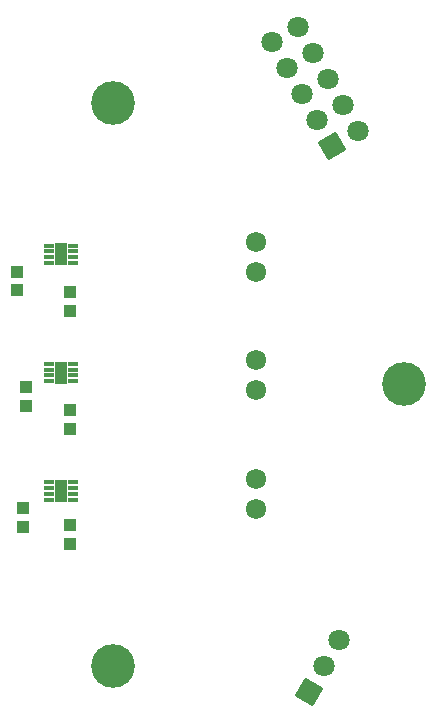
<source format=gts>
G04*
G04 #@! TF.GenerationSoftware,Altium Limited,Altium Designer,18.1.9 (240)*
G04*
G04 Layer_Color=8388736*
%FSLAX43Y43*%
%MOMM*%
G71*
G01*
G75*
%ADD18R,1.100X1.900*%
%ADD19R,0.910X0.460*%
%ADD20R,1.100X1.100*%
%ADD21C,1.800*%
%ADD22P,2.546X4X165.0*%
%ADD23C,1.724*%
%ADD24P,2.546X4X105.0*%
%ADD25C,3.700*%
D18*
X1000Y18000D02*
D03*
Y28000D02*
D03*
Y38000D02*
D03*
D19*
X-5Y17250D02*
D03*
Y17750D02*
D03*
Y18250D02*
D03*
Y18750D02*
D03*
X2005D02*
D03*
Y18250D02*
D03*
Y17750D02*
D03*
Y17250D02*
D03*
X-5Y27250D02*
D03*
Y27750D02*
D03*
Y28250D02*
D03*
Y28750D02*
D03*
X2005D02*
D03*
Y28250D02*
D03*
Y27750D02*
D03*
Y27250D02*
D03*
X-5Y37250D02*
D03*
Y37750D02*
D03*
Y38250D02*
D03*
Y38750D02*
D03*
X2005D02*
D03*
Y38250D02*
D03*
Y37750D02*
D03*
Y37250D02*
D03*
D20*
X1750Y13450D02*
D03*
Y15050D02*
D03*
X-2250Y14950D02*
D03*
Y16550D02*
D03*
X1750Y23200D02*
D03*
Y24800D02*
D03*
X-2000Y25200D02*
D03*
Y26800D02*
D03*
X1750Y33200D02*
D03*
Y34800D02*
D03*
X-2750Y34950D02*
D03*
Y36550D02*
D03*
D21*
X18831Y55964D02*
D03*
X20101Y53765D02*
D03*
X21371Y51565D02*
D03*
X22641Y49365D02*
D03*
X26111Y48436D02*
D03*
X24841Y50635D02*
D03*
X23571Y52835D02*
D03*
X22301Y55035D02*
D03*
X21031Y57234D02*
D03*
X23250Y3178D02*
D03*
X24520Y5378D02*
D03*
D22*
X23911Y47166D02*
D03*
D23*
X17500Y19020D02*
D03*
Y16480D02*
D03*
Y29020D02*
D03*
Y26480D02*
D03*
Y39020D02*
D03*
Y36480D02*
D03*
D24*
X21980Y978D02*
D03*
D25*
X5356Y3178D02*
D03*
Y50822D02*
D03*
X30000Y27000D02*
D03*
M02*

</source>
